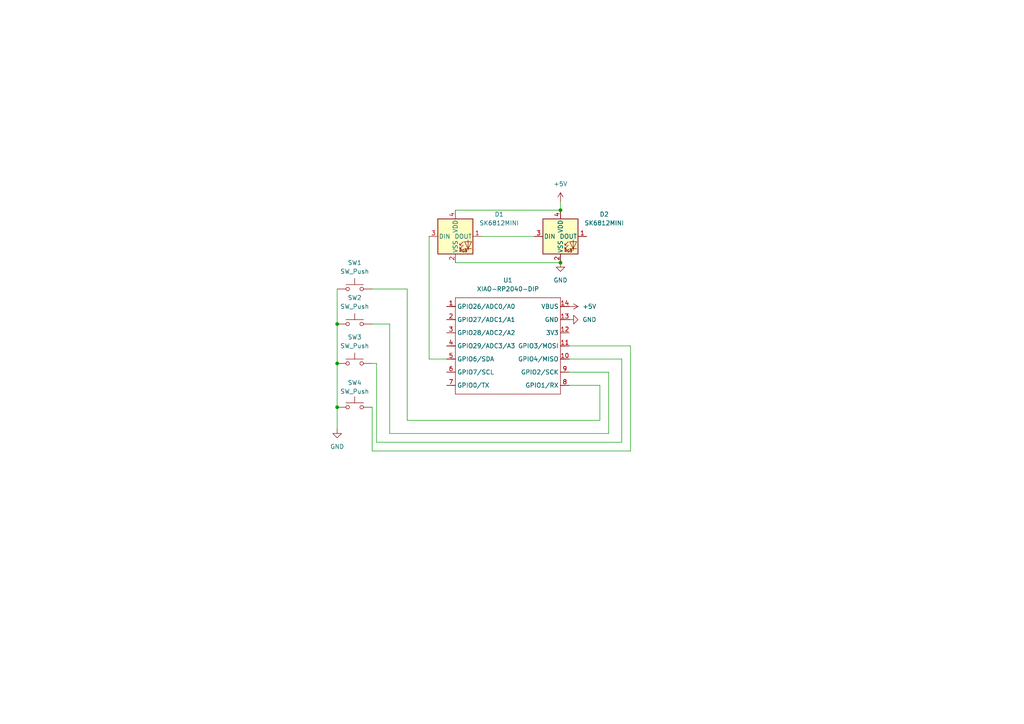
<source format=kicad_sch>
(kicad_sch (version 20250114) (generator "eeschema") (generator_version "9.0")
  (paper "A4")
  (lib_symbols
    (symbol "LED:SK6812MINI" (pin_names (offset 0.254))
      (property "Reference" "D" (at 5.08 5.715 0))
      (property "Value" "SK6812MINI" (at 1.27 -5.715 0))
      (symbol "SK6812MINI_0_0"
        (text "RGB" (at 2.286 -4.191 0) (effects (font (size 0.762 0.762))))
      )
      (symbol "SK6812MINI_0_1"
        (polyline (pts (xy 1.27 -2.54) (xy 1.778 -2.54)))
        (polyline (pts (xy 1.27 -3.556) (xy 1.778 -3.556)))
        (polyline (pts (xy 2.286 -1.524) (xy 1.27 -2.54) (xy 1.27 -2.032)))
        (polyline (pts (xy 2.286 -2.54) (xy 1.27 -3.556) (xy 1.27 -3.048)))
        (polyline (pts (xy 3.683 -1.016) (xy 3.683 -3.556) (xy 3.683 -4.064)))
        (polyline (pts (xy 4.699 -1.524) (xy 2.667 -1.524) (xy 3.683 -3.556) (xy 4.699 -1.524)))
        (polyline (pts (xy 4.699 -3.556) (xy 2.667 -3.556)))
        (rectangle (start 5.08 5.08) (end -5.08 -5.08) (stroke (width 0.254)) (fill (type background)))
      )
      (symbol "SK6812MINI_1_1"
        (pin input line (at -7.62 0 0) (length 2.54) (name "DIN") (number "3"))
        (pin power_in line (at 0 7.62 270) (length 2.54) (name "VDD") (number "4"))
        (pin power_in line (at 0 -7.62 90) (length 2.54) (name "VSS") (number "2"))
        (pin output line (at 7.62 0 180) (length 2.54) (name "DOUT") (number "1"))
      )
    )
    (symbol "OPL:XIAO-RP2040-DIP"
      (property "Reference" "U" (at 0 0 0))
      (property "Value" "XIAO-RP2040-DIP" (at 5.334 -1.778 0))
      (symbol "XIAO-RP2040-DIP_1_0"
        (polyline (pts (xy -1.27 -2.54) (xy 29.21 -2.54)) (stroke (width 0.1524)))
        (polyline (pts (xy -1.27 -5.08) (xy -2.54 -5.08)) (stroke (width 0.1524)))
        (polyline (pts (xy -1.27 -5.08) (xy -1.27 -2.54)) (stroke (width 0.1524)))
        (polyline (pts (xy -1.27 -8.89) (xy -2.54 -8.89)) (stroke (width 0.1524)))
        (polyline (pts (xy -1.27 -8.89) (xy -1.27 -5.08)) (stroke (width 0.1524)))
        (polyline (pts (xy -1.27 -12.7) (xy -2.54 -12.7)) (stroke (width 0.1524)))
        (polyline (pts (xy -1.27 -12.7) (xy -1.27 -8.89)) (stroke (width 0.1524)))
        (polyline (pts (xy -1.27 -16.51) (xy -2.54 -16.51)) (stroke (width 0.1524)))
        (polyline (pts (xy -1.27 -16.51) (xy -1.27 -12.7)) (stroke (width 0.1524)))
        (polyline (pts (xy -1.27 -20.32) (xy -2.54 -20.32)) (stroke (width 0.1524)))
        (polyline (pts (xy -1.27 -24.13) (xy -2.54 -24.13)) (stroke (width 0.1524)))
        (polyline (pts (xy -1.27 -27.94) (xy -2.54 -27.94)) (stroke (width 0.1524)))
        (polyline (pts (xy -1.27 -30.48) (xy -1.27 -16.51)) (stroke (width 0.1524)))
        (polyline (pts (xy 29.21 -2.54) (xy 29.21 -5.08)) (stroke (width 0.1524)))
        (polyline (pts (xy 29.21 -5.08) (xy 29.21 -8.89)) (stroke (width 0.1524)))
        (polyline (pts (xy 29.21 -8.89) (xy 29.21 -12.7)) (stroke (width 0.1524)))
        (polyline (pts (xy 29.21 -12.7) (xy 29.21 -30.48)) (stroke (width 0.1524)))
        (polyline (pts (xy 29.21 -30.48) (xy -1.27 -30.48)) (stroke (width 0.1524)))
        (polyline (pts (xy 30.48 -5.08) (xy 29.21 -5.08)) (stroke (width 0.1524)))
        (polyline (pts (xy 30.48 -8.89) (xy 29.21 -8.89)) (stroke (width 0.1524)))
        (polyline (pts (xy 30.48 -12.7) (xy 29.21 -12.7)) (stroke (width 0.1524)))
        (polyline (pts (xy 30.48 -16.51) (xy 29.21 -16.51)) (stroke (width 0.1524)))
        (polyline (pts (xy 30.48 -20.32) (xy 29.21 -20.32)) (stroke (width 0.1524)))
        (polyline (pts (xy 30.48 -24.13) (xy 29.21 -24.13)) (stroke (width 0.1524)))
        (polyline (pts (xy 30.48 -27.94) (xy 29.21 -27.94)) (stroke (width 0.1524)))
        (pin passive line (at -3.81 -5.08 0) (length 2.54) (name "GPIO26/ADC0/A0") (number "1"))
        (pin passive line (at -3.81 -8.89 0) (length 2.54) (name "GPIO27/ADC1/A1") (number "2"))
        (pin passive line (at -3.81 -12.7 0) (length 2.54) (name "GPIO28/ADC2/A2") (number "3"))
        (pin passive line (at -3.81 -16.51 0) (length 2.54) (name "GPIO29/ADC3/A3") (number "4"))
        (pin passive line (at -3.81 -20.32 0) (length 2.54) (name "GPIO6/SDA") (number "5"))
        (pin passive line (at -3.81 -24.13 0) (length 2.54) (name "GPIO7/SCL") (number "6"))
        (pin passive line (at -3.81 -27.94 0) (length 2.54) (name "GPIO0/TX") (number "7"))
        (pin passive line (at 31.75 -5.08 180) (length 2.54) (name "VBUS") (number "14"))
        (pin passive line (at 31.75 -8.89 180) (length 2.54) (name "GND") (number "13"))
        (pin passive line (at 31.75 -12.7 180) (length 2.54) (name "3V3") (number "12"))
        (pin passive line (at 31.75 -16.51 180) (length 2.54) (name "GPIO3/MOSI") (number "11"))
        (pin passive line (at 31.75 -20.32 180) (length 2.54) (name "GPIO4/MISO") (number "10"))
        (pin passive line (at 31.75 -24.13 180) (length 2.54) (name "GPIO2/SCK") (number "9"))
        (pin passive line (at 31.75 -27.94 180) (length 2.54) (name "GPIO1/RX") (number "8"))
      )
    )
    (symbol "Switch:SW_Push" (pin_numbers (hide yes)) (pin_names (offset 1.016) (hide yes))
      (property "Reference" "SW" (at 1.27 2.54 0))
      (property "Value" "SW_Push" (at 0 -1.524 0))
      (symbol "SW_Push_0_1"
        (circle (center -2.032 0) (radius 0.508))
        (polyline (pts (xy 0 1.27) (xy 0 3.048)))
        (circle (center 2.032 0) (radius 0.508))
        (polyline (pts (xy 2.54 1.27) (xy -2.54 1.27)))
        (pin passive line (at -5.08 0 0) (length 2.54) (name "1") (number "1"))
        (pin passive line (at 5.08 0 180) (length 2.54) (name "2") (number "2"))
      )
    )
    (symbol "power:+5V" (power) (pin_numbers (hide yes)) (pin_names (offset 0) (hide yes))
      (property "Value" "+5V" (at 0 3.556 0))
      (symbol "+5V_0_1"
        (polyline (pts (xy -0.762 1.27) (xy 0 2.54)))
        (polyline (pts (xy 0 2.54) (xy 0.762 1.27)))
        (polyline (pts (xy 0 0) (xy 0 2.54)))
      )
      (symbol "+5V_1_1"
        (pin power_in line (at 0 0 90) (length 0) (name "~") (number "1"))
      )
    )
    (symbol "power:GND" (power) (pin_numbers (hide yes)) (pin_names (offset 0) (hide yes))
      (property "Value" "GND" (at 0 -3.81 0))
      (symbol "GND_0_1"
        (polyline (pts (xy 0 0) (xy 0 -1.27) (xy 1.27 -1.27) (xy 0 -2.54) (xy -1.27 -1.27) (xy 0 -1.27)))
      )
      (symbol "GND_1_1"
        (pin power_in line (at 0 0 270) (length 0) (name "~") (number "1"))
      )
    )
  )
  (junction (at 97.79 93.98))
  (junction (at 162.56 60.96))
  (junction (at 97.79 105.41))
  (junction (at 97.79 118.11))
  (junction (at 162.56 76.2))
  (wire (pts (xy 165.1 104.14) (xy 180.34 104.14)))
  (wire (pts (xy 113.03 93.98) (xy 113.03 125.73)))
  (wire (pts (xy 173.99 121.92) (xy 173.99 111.76)))
  (wire (pts (xy 139.7 68.58) (xy 154.94 68.58)))
  (wire (pts (xy 107.95 105.41) (xy 109.22 105.41)))
  (wire (pts (xy 97.79 118.11) (xy 97.79 124.46)))
  (wire (pts (xy 165.1 111.76) (xy 173.99 111.76)))
  (wire (pts (xy 118.11 121.92) (xy 173.99 121.92)))
  (wire (pts (xy 107.95 83.82) (xy 118.11 83.82)))
  (wire (pts (xy 97.79 105.41) (xy 97.79 118.11)))
  (wire (pts (xy 165.1 100.33) (xy 182.88 100.33)))
  (wire (pts (xy 113.03 125.73) (xy 176.53 125.73)))
  (wire (pts (xy 109.22 105.41) (xy 109.22 128.27)))
  (wire (pts (xy 162.56 58.42) (xy 162.56 60.96)))
  (wire (pts (xy 165.1 107.95) (xy 176.53 107.95)))
  (wire (pts (xy 132.08 60.96) (xy 162.56 60.96)))
  (wire (pts (xy 109.22 128.27) (xy 180.34 128.27)))
  (wire (pts (xy 107.95 130.81) (xy 182.88 130.81)))
  (wire (pts (xy 124.46 104.14) (xy 129.54 104.14)))
  (wire (pts (xy 176.53 125.73) (xy 176.53 107.95)))
  (wire (pts (xy 182.88 130.81) (xy 182.88 100.33)))
  (wire (pts (xy 107.95 118.11) (xy 107.95 130.81)))
  (wire (pts (xy 97.79 83.82) (xy 97.79 93.98)))
  (wire (pts (xy 107.95 93.98) (xy 113.03 93.98)))
  (wire (pts (xy 124.46 104.14) (xy 124.46 68.58)))
  (wire (pts (xy 132.08 76.2) (xy 162.56 76.2)))
  (wire (pts (xy 118.11 83.82) (xy 118.11 121.92)))
  (wire (pts (xy 180.34 128.27) (xy 180.34 104.14)))
  (wire (pts (xy 97.79 93.98) (xy 97.79 105.41)))
  (symbol (lib_id "Switch:SW_Push") (at 102.87 93.98 0) (unit 1)
    (property "Reference" "SW2" (at 102.87 86.36 0))
    (property "Value" "SW_Push" (at 102.87 88.9 0))
    (property "Footprint" "Button_Switch_Keyboard:SW_Cherry_MX_1.00u_PCB" (effects (hide yes)))
    (property "Description" "Push button switch, generic, two pins" (effects (hide yes)))
  )
  (symbol (lib_id "Switch:SW_Push") (at 102.87 118.11 0) (unit 1)
    (property "Reference" "SW4" (at 102.87 110.998 0))
    (property "Value" "SW_Push" (at 102.87 113.538 0))
    (property "Footprint" "Button_Switch_Keyboard:SW_Cherry_MX_1.00u_PCB" (effects (hide yes)))
    (property "Description" "Push button switch, generic, two pins" (effects (hide yes)))
  )
  (symbol (lib_id "Switch:SW_Push") (at 102.87 83.82 0) (mirror y) (unit 1)
    (property "Reference" "SW1" (at 102.87 76.2 0))
    (property "Value" "SW_Push" (at 102.87 78.74 0))
    (property "Footprint" "Button_Switch_Keyboard:SW_Cherry_MX_1.00u_PCB" (effects (hide yes)))
    (property "Description" "Push button switch, generic, two pins" (effects (hide yes)))
  )
  (symbol (lib_id "LED:SK6812MINI") (at 132.08 68.58 0) (unit 1)
    (property "Reference" "D1" (at 144.78 62.1598 0))
    (property "Value" "SK6812MINI" (at 144.78 64.6998 0))
    (property "Footprint" "LED_SMD:LED_SK6812MINI_PLCC4_3.5x3.5mm_P1.75mm" (effects (hide yes)))
    (property "Datasheet" "https://cdn-shop.adafruit.com/product-files/2686/SK6812MINI_REV.01-1-2.pdf" (effects (hide yes)))
    (property "Description" "RGB LED with integrated controller" (effects (hide yes)))
  )
  (symbol (lib_id "OPL:XIAO-RP2040-DIP") (at 133.35 83.82 0) (unit 1)
    (property "Reference" "U1" (at 147.32 81.28 0))
    (property "Value" "XIAO-RP2040-DIP" (at 147.32 83.82 0))
    (property "Footprint" "OPL:XIAO-RP2040-DIP" (effects (hide yes)))
  )
  (symbol (lib_id "power:GND") (at 97.79 124.46 0) (unit 1)
    (property "Reference" "#PWR02" (effects (hide yes)))
    (property "Value" "GND" (at 97.79 129.54 0))
    (property "Description" "Power symbol creates a global label with name \"GND\" , ground" (effects (hide yes)))
  )
  (symbol (lib_id "power:GND") (at 165.1 92.71 90) (unit 1)
    (property "Reference" "#PWR05" (effects (hide yes)))
    (property "Value" "GND" (at 168.91 92.7099 90) (effects (justify right)))
    (property "Description" "Power symbol creates a global label with name \"GND\" , ground" (effects (hide yes)))
  )
  (symbol (lib_id "LED:SK6812MINI") (at 162.56 68.58 0) (unit 1)
    (property "Reference" "D2" (at 175.26 62.1598 0))
    (property "Value" "SK6812MINI" (at 175.26 64.6998 0))
    (property "Footprint" "LED_SMD:LED_SK6812MINI_PLCC4_3.5x3.5mm_P1.75mm" (effects (hide yes)))
    (property "Datasheet" "https://cdn-shop.adafruit.com/product-files/2686/SK6812MINI_REV.01-1-2.pdf" (effects (hide yes)))
    (property "Description" "RGB LED with integrated controller" (effects (hide yes)))
  )
  (symbol (lib_id "power:+5V") (at 165.1 88.9 270) (unit 1)
    (property "Reference" "#PWR04" (effects (hide yes)))
    (property "Value" "+5V" (at 168.91 88.8999 90) (effects (justify left)))
    (property "Description" "Power symbol creates a global label with name \"+5V\"" (effects (hide yes)))
  )
  (symbol (lib_id "power:GND") (at 162.56 76.2 0) (unit 1)
    (property "Reference" "#PWR01" (effects (hide yes)))
    (property "Value" "GND" (at 162.56 81.28 0))
    (property "Description" "Power symbol creates a global label with name \"GND\" , ground" (effects (hide yes)))
  )
  (symbol (lib_id "Switch:SW_Push") (at 102.87 105.41 0) (unit 1)
    (property "Reference" "SW3" (at 102.87 97.79 0))
    (property "Value" "SW_Push" (at 102.87 100.33 0))
    (property "Footprint" "Button_Switch_Keyboard:SW_Cherry_MX_1.00u_PCB" (effects (hide yes)))
    (property "Description" "Push button switch, generic, two pins" (effects (hide yes)))
  )
  (symbol (lib_id "power:+5V") (at 162.56 58.42 0) (unit 1)
    (property "Reference" "#PWR03" (effects (hide yes)))
    (property "Value" "+5V" (at 162.56 53.34 0))
    (property "Description" "Power symbol creates a global label with name \"+5V\"" (effects (hide yes)))
  )
)
</source>
